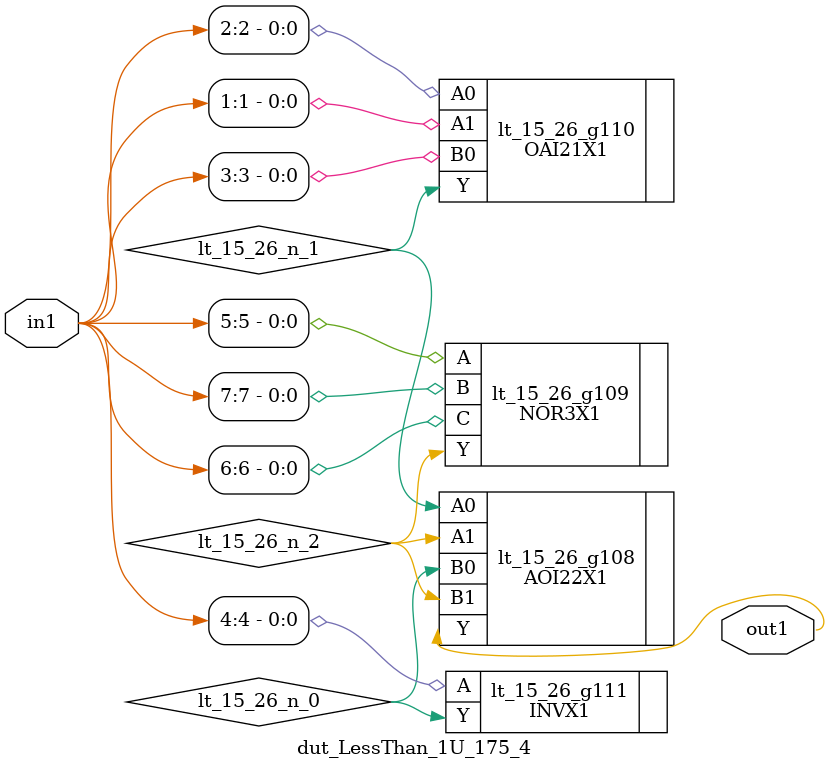
<source format=v>
`timescale 1ps / 1ps


module dut_LessThan_1U_175_4(in1, out1);
  input [7:0] in1;
  output out1;
  wire [7:0] in1;
  wire out1;
  wire lt_15_26_n_0, lt_15_26_n_1, lt_15_26_n_2;
  AOI22X1 lt_15_26_g108(.A0 (lt_15_26_n_1), .A1 (lt_15_26_n_2), .B0
       (lt_15_26_n_0), .B1 (lt_15_26_n_2), .Y (out1));
  NOR3X1 lt_15_26_g109(.A (in1[5]), .B (in1[7]), .C (in1[6]), .Y
       (lt_15_26_n_2));
  OAI21X1 lt_15_26_g110(.A0 (in1[2]), .A1 (in1[1]), .B0 (in1[3]), .Y
       (lt_15_26_n_1));
  INVX1 lt_15_26_g111(.A (in1[4]), .Y (lt_15_26_n_0));
endmodule



</source>
